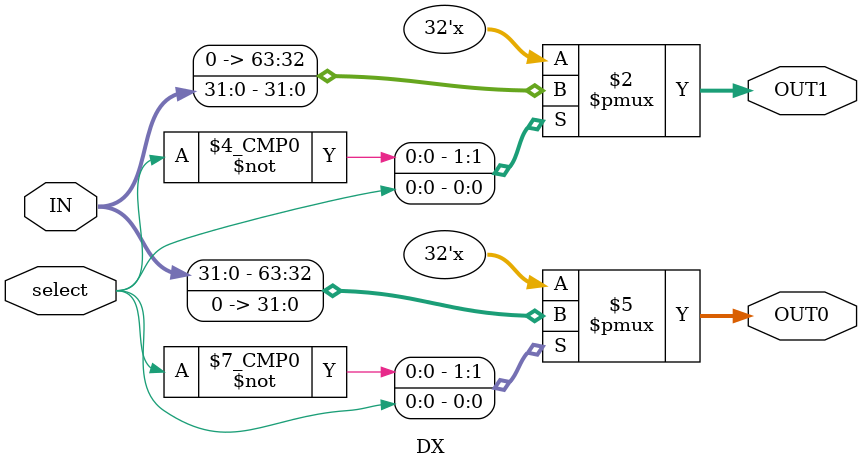
<source format=v>

module DX(
    input [31:0] IN,  
    input select,     
    output reg [31:0] OUT0, // Salida 0
    output reg [31:0] OUT1  // Salida 1
);

always @(*) begin
    // Filtramos
    case (select)
        1'b0: begin
            OUT0 = IN; 		// Va a la ALU
            OUT1 = 32'b0; 	// OUT1 no se usa en este caso
        end
        1'b1: begin
            OUT0 = 32'b0; 	// OUT0 no se usa en este caso
            OUT1 = IN; 		// Va como dirección de memoria hacia la MD
        end
    endcase
end
endmodule

</source>
